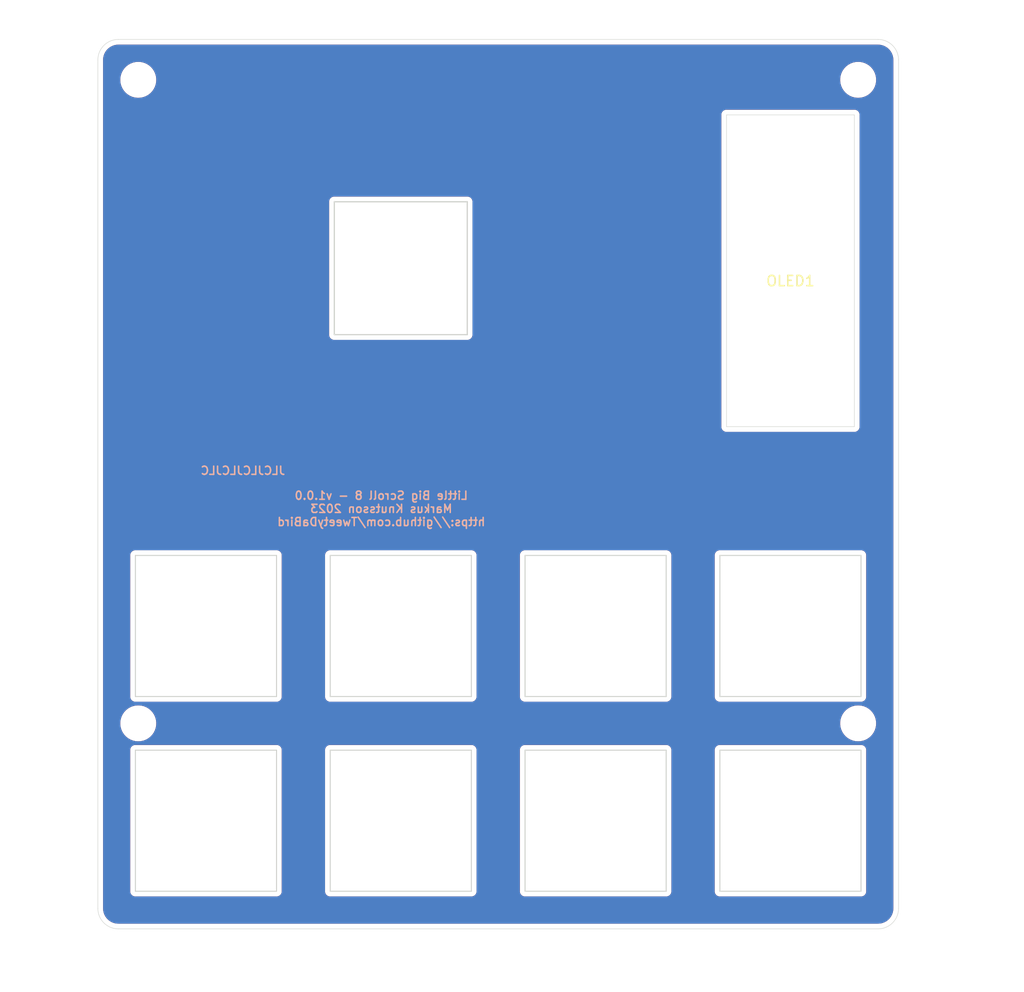
<source format=kicad_pcb>
(kicad_pcb (version 20211014) (generator pcbnew)
  (title_block (title "Little Big Scroll 8 - Front") (date "2023-04-05") (rev "v1.0.0") (company "Tweety's Wild Thinking") (comment 1 "Markus Knutsson <markus.knutsson@tweety.se>") (comment 2 "https://github.com/TweetyDaBird") (comment 3 "Licensed under Creative Commons BY-SA 4.0 International "))
  (layers (0 "F.Cu" signal) (31 "B.Cu" signal) (34 "B.Paste" user) (35 "F.Paste" user) (36 "B.SilkS" user "B.Silkscreen") (37 "F.SilkS" user "F.Silkscreen") (38 "B.Mask" user) (39 "F.Mask" user) (44 "Edge.Cuts" user))
  (net 0 "")
  (footprint "Keyboard_Plate:SW_MX_Plate_Placeholder_nodrill_NOBORDER" (layer "F.Cu") (at 91.22 103.16)
    (fp_text reference "SW1" hide)
    (fp_text value "SW_MX_HotSwap" hide)
    (fp_line (start 6.9 -6.9) (end -6.9 -6.9) (layer "Edge.Cuts") (width 0.1))
    (fp_line (start -6.9 -6.9) (end -6.9 6.9) (layer "Edge.Cuts") (width 0.1))
    (fp_line (start -6.9 6.9) (end 6.9 6.9) (layer "Edge.Cuts") (width 0.1))
    (fp_line (start 6.9 6.9) (end 6.9 -6.9) (layer "Edge.Cuts") (width 0.1))
  )
  (footprint "Keyboard_Plate:SW_MX_Plate_Placeholder_nodrill_NOBORDER" (layer "F.Cu") (at 110.27 103.16)
    (fp_text reference "SW2" hide)
    (fp_text value "SW_MX_HotSwap" hide)
    (fp_line (start 6.9 -6.9) (end -6.9 -6.9) (layer "Edge.Cuts") (width 0.1))
    (fp_line (start -6.9 6.9) (end 6.9 6.9) (layer "Edge.Cuts") (width 0.1))
    (fp_line (start 6.9 6.9) (end 6.9 -6.9) (layer "Edge.Cuts") (width 0.1))
    (fp_line (start -6.9 -6.9) (end -6.9 6.9) (layer "Edge.Cuts") (width 0.1))
  )
  (footprint "Keyboard_Plate:SW_MX_Plate_Placeholder_nodrill_NOBORDER" (layer "F.Cu") (at 129.32 103.16)
    (fp_text reference "SW3" hide)
    (fp_text value "SW_MX_HotSwap" hide)
    (fp_line (start -6.9 -6.9) (end -6.9 6.9) (layer "Edge.Cuts") (width 0.1))
    (fp_line (start -6.9 6.9) (end 6.9 6.9) (layer "Edge.Cuts") (width 0.1))
    (fp_line (start 6.9 6.9) (end 6.9 -6.9) (layer "Edge.Cuts") (width 0.1))
    (fp_line (start 6.9 -6.9) (end -6.9 -6.9) (layer "Edge.Cuts") (width 0.1))
  )
  (footprint "Keyboard_Plate:SW_MX_Plate_Placeholder_nodrill_NOBORDER" (layer "F.Cu") (at 148.37 103.16)
    (fp_text reference "SW4" hide)
    (fp_text value "SW_MX_HotSwap" hide)
    (fp_line (start -6.9 6.9) (end 6.9 6.9) (layer "Edge.Cuts") (width 0.1))
    (fp_line (start -6.9 -6.9) (end -6.9 6.9) (layer "Edge.Cuts") (width 0.1))
    (fp_line (start 6.9 -6.9) (end -6.9 -6.9) (layer "Edge.Cuts") (width 0.1))
    (fp_line (start 6.9 6.9) (end 6.9 -6.9) (layer "Edge.Cuts") (width 0.1))
  )
  (footprint "Keyboard_Plate:SW_MX_Plate_Placeholder_nodrill_NOBORDER" (layer "F.Cu") (at 91.22 122.21)
    (fp_text reference "SW5" hide)
    (fp_text value "SW_MX_HotSwap" hide)
    (fp_line (start 6.9 6.9) (end 6.9 -6.9) (layer "Edge.Cuts") (width 0.1))
    (fp_line (start -6.9 6.9) (end 6.9 6.9) (layer "Edge.Cuts") (width 0.1))
    (fp_line (start -6.9 -6.9) (end -6.9 6.9) (layer "Edge.Cuts") (width 0.1))
    (fp_line (start 6.9 -6.9) (end -6.9 -6.9) (layer "Edge.Cuts") (width 0.1))
  )
  (footprint "Keyboard_Plate:SW_MX_Plate_Placeholder_nodrill_NOBORDER" (layer "F.Cu") (at 110.27 122.21)
    (fp_text reference "SW6" hide)
    (fp_text value "SW_MX_HotSwap" hide)
    (fp_line (start -6.9 6.9) (end 6.9 6.9) (layer "Edge.Cuts") (width 0.1))
    (fp_line (start -6.9 -6.9) (end -6.9 6.9) (layer "Edge.Cuts") (width 0.1))
    (fp_line (start 6.9 6.9) (end 6.9 -6.9) (layer "Edge.Cuts") (width 0.1))
    (fp_line (start 6.9 -6.9) (end -6.9 -6.9) (layer "Edge.Cuts") (width 0.1))
  )
  (footprint "Keyboard Encoders:Encoder_Plate_Placeholder_nodrill" (layer "F.Cu") (at 110.27 68.16 90)
    (fp_text reference "ENC1" hide)
    (fp_text value "Rotary_Encoder_Click" hide)
    (fp_line (start 6.5 6.5) (end -6.5 6.5) (layer "Edge.Cuts") (width 0.12))
    (fp_line (start -6.5 6.5) (end -6.5 -6.5) (layer "Edge.Cuts") (width 0.12))
    (fp_line (start -6.5 -6.5) (end 6.5 -6.5) (layer "Edge.Cuts") (width 0.12))
    (fp_line (start 6.5 -6.5) (end 6.5 6.5) (layer "Edge.Cuts") (width 0.12))
  )
  (footprint "Keyboard_Plate:Spacer Plate hole" (layer "F.Cu") (at 84.6 112.685)
    (fp_text reference "H1" hide)
    (fp_text value "Spacer_PCB" hide)
    (pad "" np_thru_hole circle (at 0 0) (size 2.5 2.5) (drill 2.5) (layers *.Cu *.Mask))
  )
  (footprint "Keyboard_Plate:Spacer Plate hole" (layer "F.Cu") (at 154.99 112.685)
    (fp_text reference "H2" hide)
    (fp_text value "Spacer_PCB" hide)
    (pad "" np_thru_hole circle (at 0 0) (size 2.5 2.5) (drill 2.5) (layers *.Cu *.Mask))
  )
  (footprint "Keyboard_Plate:Spacer Plate hole" (layer "F.Cu") (at 154.99 49.73)
    (fp_text reference "H3" hide)
    (fp_text value "Spacer_PCB" hide)
    (pad "" np_thru_hole circle (at 0 0) (size 2.5 2.5) (drill 2.5) (layers *.Cu *.Mask))
  )
  (footprint "Keyboard_Plate:Spacer Plate hole" (layer "F.Cu") (at 84.6 49.73)
    (fp_text reference "H4" hide)
    (fp_text value "Spacer_PCB" hide)
    (pad "" np_thru_hole circle (at 0 0) (size 2.5 2.5) (drill 2.5) (layers *.Cu *.Mask))
  )
  (footprint "Keyboard_Plate:SW_MX_Plate_Placeholder_nodrill_NOBORDER" (layer "F.Cu") (at 129.32 122.21)
    (fp_text reference "SW7" hide)
    (fp_text value "SW_MX_HotSwap" hide)
    (fp_line (start 6.9 -6.9) (end -6.9 -6.9) (layer "Edge.Cuts") (width 0.1))
    (fp_line (start -6.9 6.9) (end 6.9 6.9) (layer "Edge.Cuts") (width 0.1))
    (fp_line (start -6.9 -6.9) (end -6.9 6.9) (layer "Edge.Cuts") (width 0.1))
    (fp_line (start 6.9 6.9) (end 6.9 -6.9) (layer "Edge.Cuts") (width 0.1))
  )
  (footprint "Keyboard_Plate:OLED Placeholder" (layer "F.Cu") (at 148.37 69.41 -90)
    (fp_text reference "OLED1" (at 0 0) (layer "F.SilkS"))
    (fp_text value "OLED_4pin")
    (fp_line (start 14.25 -6.25) (end 14.25 6.25) (layer "Edge.Cuts") (width 0.05))
    (fp_line (start -16.25 6.25) (end 14.25 6.25) (layer "Edge.Cuts") (width 0.05))
    (fp_line (start 14.25 -6.25) (end -16.25 -6.25) (layer "Edge.Cuts") (width 0.05))
    (fp_line (start -16.25 -6.25) (end -16.25 6.25) (layer "Edge.Cuts") (width 0.05))
  )
  (footprint "Keyboard_Plate:SW_MX_Plate_Placeholder_nodrill_NOBORDER" (layer "F.Cu") (at 148.37 122.21)
    (fp_text reference "SW8" hide)
    (fp_text value "SW_MX_HotSwap" hide)
    (fp_line (start 6.9 -6.9) (end -6.9 -6.9) (layer "Edge.Cuts") (width 0.1))
    (fp_line (start -6.9 -6.9) (end -6.9 6.9) (layer "Edge.Cuts") (width 0.1))
    (fp_line (start 6.9 6.9) (end 6.9 -6.9) (layer "Edge.Cuts") (width 0.1))
    (fp_line (start -6.9 6.9) (end 6.9 6.9) (layer "Edge.Cuts") (width 0.1))
  )
  (gr_arc (start 80.65 47.780399) (mid 81.235903 46.365903) (end 82.650399 45.78) (layer "Edge.Cuts") (width 0.05))
  (gr_arc (start 82.650399 132.790399) (mid 81.235903 132.204496) (end 80.65 130.79) (layer "Edge.Cuts") (width 0.05))
  (gr_arc (start 156.94 45.78) (mid 158.354496 46.365903) (end 158.940399 47.780399) (layer "Edge.Cuts") (width 0.05))
  (gr_line (start 158.940399 47.780399) (end 158.94 130.789601) (layer "Edge.Cuts") (width 0.05))
  (gr_line (start 82.650399 45.78) (end 156.94 45.78) (layer "Edge.Cuts") (width 0.05))
  (gr_line (start 80.65 130.79) (end 80.65 47.800399) (layer "Edge.Cuts") (width 0.05))
  (gr_arc (start 158.94 130.789601) (mid 158.354096 132.204096) (end 156.939601 132.79) (layer "Edge.Cuts") (width 0.05))
  (gr_line (start 156.939601 132.79) (end 82.650399 132.790399) (layer "Edge.Cuts") (width 0.05))
  (gr_text "Little Big Scroll 8 - v1.0.0\nMarkus Knutsson 2023\nhttps://github.com/TweetyDaBird" (at 108.361388 91.69) (layer "B.SilkS") (effects (font (size 0.8 0.8)) (justify mirror)))
  (gr_text "JLCJLCJLCJLC" (at 94.83 87.96) (layer "B.SilkS") (effects (font (size 0.8 0.8)) (justify mirror)))
  (zone (net 0) (net_name "") (layers F&B.Cu) (connect_pads (clearance 0.508)) (min_thickness 0.254) (fill yes (thermal_gap 0.508) (thermal_bridge_width 0.508))
    (polygon (pts (xy 166 136.45) (xy 71.08 136.45) (xy 71.08 41.92) (xy 166 41.92)))
  )
)
</source>
